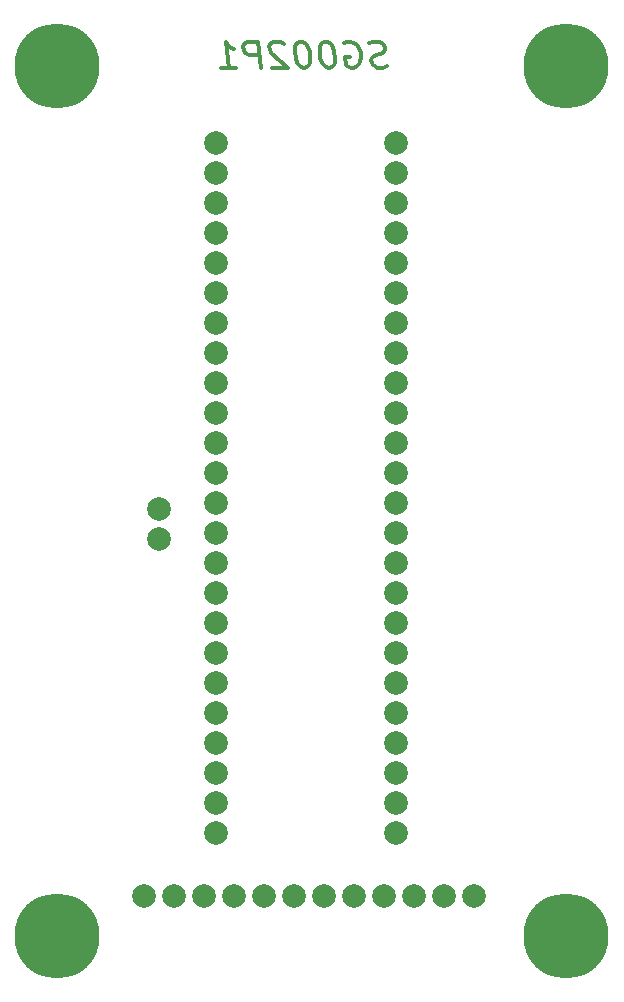
<source format=gbs>
G04 #@! TF.FileFunction,Soldermask,Bot*
%FSLAX46Y46*%
G04 Gerber Fmt 4.6, Leading zero omitted, Abs format (unit mm)*
G04 Created by KiCad (PCBNEW 4.0.7) date 05/24/21 14:21:38*
%MOMM*%
%LPD*%
G01*
G04 APERTURE LIST*
%ADD10C,0.200000*%
%ADD11C,0.300000*%
%ADD12C,2.000000*%
%ADD13C,7.200000*%
G04 APERTURE END LIST*
D10*
D11*
X32906356Y-4014476D02*
X32605167Y-4119238D01*
X32081357Y-4119238D01*
X31858737Y-4014476D01*
X31740880Y-3909714D01*
X31609929Y-3700190D01*
X31583738Y-3490667D01*
X31662309Y-3281143D01*
X31753976Y-3176381D01*
X31950404Y-3071619D01*
X32356357Y-2966857D01*
X32552786Y-2862095D01*
X32644452Y-2757333D01*
X32723023Y-2547810D01*
X32696833Y-2338286D01*
X32565880Y-2128762D01*
X32448024Y-2024000D01*
X32225405Y-1919238D01*
X31701595Y-1919238D01*
X31400405Y-2024000D01*
X29305167Y-2024000D02*
X29501595Y-1919238D01*
X29815881Y-1919238D01*
X30143262Y-2024000D01*
X30378976Y-2233524D01*
X30509928Y-2443048D01*
X30667071Y-2862095D01*
X30706357Y-3176381D01*
X30653976Y-3595429D01*
X30575405Y-3804952D01*
X30392071Y-4014476D01*
X30090881Y-4119238D01*
X29881357Y-4119238D01*
X29553976Y-4014476D01*
X29436119Y-3909714D01*
X29344453Y-3176381D01*
X29763500Y-3176381D01*
X27825405Y-1919238D02*
X27615881Y-1919238D01*
X27419452Y-2024000D01*
X27327785Y-2128762D01*
X27249214Y-2338286D01*
X27196834Y-2757333D01*
X27262310Y-3281143D01*
X27419452Y-3700190D01*
X27550404Y-3909714D01*
X27668261Y-4014476D01*
X27890881Y-4119238D01*
X28100405Y-4119238D01*
X28296833Y-4014476D01*
X28388500Y-3909714D01*
X28467071Y-3700190D01*
X28519452Y-3281143D01*
X28453976Y-2757333D01*
X28296833Y-2338286D01*
X28165881Y-2128762D01*
X28048024Y-2024000D01*
X27825405Y-1919238D01*
X25730167Y-1919238D02*
X25520643Y-1919238D01*
X25324214Y-2024000D01*
X25232547Y-2128762D01*
X25153976Y-2338286D01*
X25101596Y-2757333D01*
X25167072Y-3281143D01*
X25324214Y-3700190D01*
X25455166Y-3909714D01*
X25573023Y-4014476D01*
X25795643Y-4119238D01*
X26005167Y-4119238D01*
X26201595Y-4014476D01*
X26293262Y-3909714D01*
X26371833Y-3700190D01*
X26424214Y-3281143D01*
X26358738Y-2757333D01*
X26201595Y-2338286D01*
X26070643Y-2128762D01*
X25952786Y-2024000D01*
X25730167Y-1919238D01*
X24184928Y-2128762D02*
X24067071Y-2024000D01*
X23844453Y-1919238D01*
X23320643Y-1919238D01*
X23124214Y-2024000D01*
X23032547Y-2128762D01*
X22953977Y-2338286D01*
X22980167Y-2547810D01*
X23124214Y-2862095D01*
X24538500Y-4119238D01*
X23176596Y-4119238D01*
X22233738Y-4119238D02*
X21958738Y-1919238D01*
X21120643Y-1919238D01*
X20924214Y-2024000D01*
X20832548Y-2128762D01*
X20753977Y-2338286D01*
X20793262Y-2652571D01*
X20924215Y-2862095D01*
X21042071Y-2966857D01*
X21264690Y-3071619D01*
X22102785Y-3071619D01*
X18881358Y-4119238D02*
X20138500Y-4119238D01*
X19509929Y-4119238D02*
X19234929Y-1919238D01*
X19483738Y-2233524D01*
X19719453Y-2443048D01*
X19942071Y-2547810D01*
D12*
X12314000Y-74244000D03*
X14854000Y-74244000D03*
X17394000Y-74244000D03*
X19934000Y-74244000D03*
X25014000Y-74244000D03*
X22474000Y-74244000D03*
X27554000Y-74244000D03*
X30094000Y-74244000D03*
X32634000Y-74244000D03*
X35174000Y-74244000D03*
X37714000Y-74244000D03*
X40254000Y-74244000D03*
X13584000Y-41478000D03*
X13584000Y-44018000D03*
X18410000Y-10490000D03*
X18410000Y-13030000D03*
X18410000Y-15570000D03*
X18410000Y-18110000D03*
X18410000Y-20650000D03*
X18410000Y-23190000D03*
X18410000Y-25730000D03*
X18410000Y-28270000D03*
X18410000Y-30810000D03*
X18410000Y-33350000D03*
X18410000Y-35890000D03*
X18410000Y-38430000D03*
X18410000Y-40970000D03*
X18410000Y-43510000D03*
X18410000Y-46050000D03*
X18410000Y-48590000D03*
X18410000Y-51130000D03*
X18410000Y-53670000D03*
X18410000Y-56210000D03*
X18410000Y-58750000D03*
X18410000Y-61290000D03*
X18410000Y-63830000D03*
X18410000Y-66370000D03*
X18410000Y-68910000D03*
X33650000Y-68910000D03*
X33650000Y-66370000D03*
X33650000Y-63830000D03*
X33650000Y-61290000D03*
X33650000Y-58750000D03*
X33650000Y-56210000D03*
X33650000Y-53670000D03*
X33650000Y-51130000D03*
X33650000Y-48590000D03*
X33650000Y-46050000D03*
X33650000Y-43510000D03*
X33650000Y-40970000D03*
X33650000Y-38430000D03*
X33650000Y-35890000D03*
X33650000Y-33350000D03*
X33650000Y-30810000D03*
X33650000Y-28270000D03*
X33650000Y-25730000D03*
X33650000Y-23190000D03*
X33650000Y-20650000D03*
X33650000Y-18110000D03*
X33650000Y-15570000D03*
X33650000Y-13030000D03*
X33650000Y-10490000D03*
D13*
X48100000Y-77600000D03*
X5000000Y-77600000D03*
X5000000Y-4000000D03*
X48100000Y-4000000D03*
M02*

</source>
